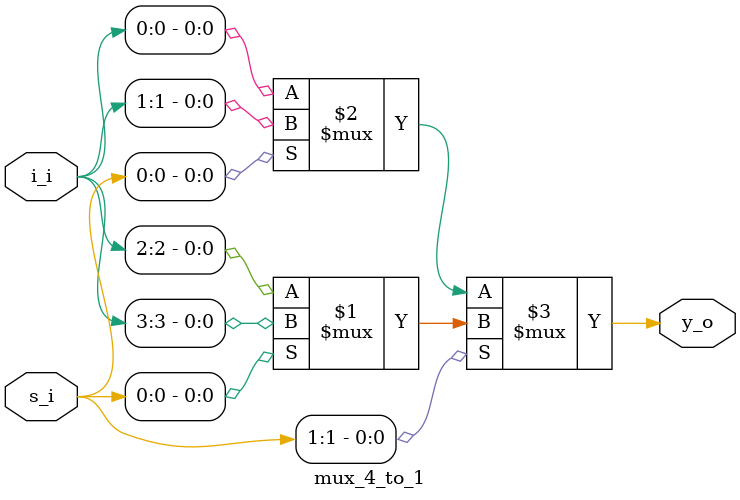
<source format=v>

module mux_4_to_1(
  input  [3:0] i_i, // Input Lines
  input  [1:0] s_i, // Select Lines
  output       y_o  // Output
);
  
  // Combinational Logic
  assign y_o = (s_i[1] ? (s_i[0] ? i_i[3] : i_i[2]) : 
                         (s_i[0] ? i_i[1] : i_i[0]));
  
endmodule

</source>
